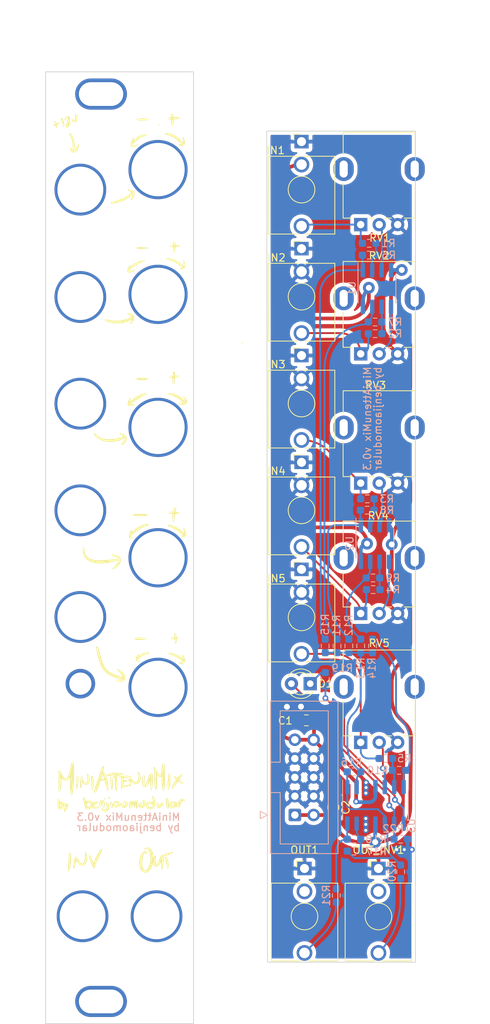
<source format=kicad_pcb>
(kicad_pcb (version 20211014) (generator pcbnew)
  (title_block (title "MiniAttenuMix") (date "2023-11-30") (rev "v0.3") (company "benjiaomodular"))
  (layers (0 "F.Cu" signal) (31 "B.Cu" signal) (34 "B.Paste" user) (35 "F.Paste" user) (36 "B.SilkS" user "B.Silkscreen") (37 "F.SilkS" user "F.Silkscreen") (38 "B.Mask" user) (39 "F.Mask" user) (44 "Edge.Cuts" user))
  (net 0 "")
  (net 1 "POS_12V")
  (net 2 "GND")
  (net 3 "NEG_12V")
  (net 4 "Net-(D1-Pad2)")
  (net 5 "Net-(IN1-PadT)")
  (net 6 "Net-(IN2-PadT)")
  (net 7 "Net-(IN3-PadT)")
  (net 8 "Net-(IN4-PadT)")
  (net 10 "Net-(OUT1-PadT)")
  (net 12 "Net-(OUT_INV1-PadT)")
  (net 13 "Net-(R1-Pad2)")
  (net 14 "Net-(R2-Pad2)")
  (net 15 "Net-(R3-Pad2)")
  (net 16 "Net-(R4-Pad2)")
  (net 17 "Net-(R12-Pad1)")
  (net 18 "Net-(U3-Pad10)")
  (net 19 "Net-(RV1-Pad2)")
  (net 20 "Net-(RV2-Pad2)")
  (net 21 "Net-(RV3-Pad2)")
  (net 22 "Net-(RV4-Pad2)")
  (net 23 "Net-(IN5-PadT)")
  (net 24 "Net-(R15-Pad1)")
  (net 25 "Net-(R11-Pad1)")
  (net 26 "Net-(R13-Pad1)")
  (net 27 "Net-(R11-Pad2)")
  (net 28 "Net-(R17-Pad2)")
  (net 29 "Net-(R18-Pad2)")
  (net 30 "Net-(R10-Pad1)")
  (net 31 "Net-(R10-Pad2)")
  (net 32 "Net-(RV5-Pad2)")
  (net 33 "Net-(D1-Pad1)")
  (net 34 "Net-(R19-Pad1)")
  (footprint "benjiaomodular:PanelHole_AudioJack_3.5mm" (layer "F.Cu") (at 114.7 68.3)
    (fp_text reference "REF**")
    (fp_text value "PanelHole_AudioJack_3.5mm")
  )
  (footprint "benjiaomodular:Potentiometer_RV09" (layer "F.Cu") (at 152.6 103.125 90)
    (fp_text reference "RV4")
    (fp_text value "B10k")
  )
  (footprint "benjiaomodular:AudioJack_3.5mm" (layer "F.Cu") (at 155 137.55)
    (fp_text reference "OUT_INV1")
    (fp_text value "PJ-3001F" hide)
  )
  (footprint "benjiaomodular:PanelHole_AudioJack_3.5mm" (layer "F.Cu") (at 115 137.5)
    (fp_text reference "REF**")
    (fp_text value "PanelHole_AudioJack_3.5mm")
  )
  (footprint "LED_THT:LED_D3.0mm" (layer "F.Cu") (at 145.775 112.6 180)
    (fp_text reference "D1")
    (fp_text value "LED_Dual_Bidirectional" hide)
  )
  (footprint "benjiaomodular:AudioJack_3.5mm" (layer "F.Cu") (at 144.6 53.87)
    (fp_text reference "IN2")
    (fp_text value "PJ-3001F" hide)
  )
  (footprint "benjiaomodular:PanelHole_Potentiometer_RV09" (layer "F.Cu") (at 122.7 120.6 90)
    (fp_text reference "REF**" hide)
    (fp_text value "PanelHole_Potentiometer_RV09" hide)
  )
  (footprint "benjiaomodular:PanelHole_Potentiometer_RV09" (layer "F.Cu") (at 122.7 67.5425 90)
    (fp_text reference "REF**" hide)
    (fp_text value "PanelHole_Potentiometer_RV09" hide)
  )
  (footprint "Capacitor_SMD:C_0805_2012Metric_Pad1.18x1.45mm_HandSolder" (layer "F.Cu") (at 145.25 117.55 180)
    (fp_text reference "C1")
    (fp_text value "22uF")
  )
  (footprint "benjiaomodular:Potentiometer_RV09" (layer "F.Cu") (at 152.6 50.625 90)
    (fp_text reference "RV1")
    (fp_text value "B10k")
  )
  (footprint "benjiaomodular:PanelHole_AudioJack_3.5mm" (layer "F.Cu") (at 114.7 39.4)
    (fp_text reference "REF**")
    (fp_text value "PanelHole_AudioJack_3.5mm")
  )
  (footprint "benjiaomodular:Potentiometer_RV09" (layer "F.Cu") (at 152.6 85.525 90)
    (fp_text reference "RV3")
    (fp_text value "B10k")
  )
  (footprint "benjiaomodular:PanelHole_Potentiometer_RV09" (layer "F.Cu") (at 122.7 103.1 90)
    (fp_text reference "REF**" hide)
    (fp_text value "PanelHole_Potentiometer_RV09" hide)
  )
  (footprint "Capacitor_SMD:C_0805_2012Metric_Pad1.18x1.45mm_HandSolder" (layer "F.Cu") (at 148.9 129.3 -90)
    (fp_text reference "C2")
    (fp_text value "22uF")
  )
  (footprint "benjiaomodular:Potentiometer_RV09" (layer "F.Cu") (at 152.6 68.0728 90)
    (fp_text reference "RV2")
    (fp_text value "B10k")
  )
  (footprint "benjiaomodular:Panel_4HP" (layer "F.Cu") (at 110 30)
    (fp_text reference "REF**" hide)
    (fp_text value "Panel_4HP")
  )
  (footprint "benjiaomodular:PanelHole_AudioJack_3.5mm" (layer "F.Cu") (at 114.7 53.9)
    (fp_text reference "REF**")
    (fp_text value "PanelHole_AudioJack_3.5mm")
  )
  (footprint "benjiaomodular:AudioJack_3.5mm" (layer "F.Cu") (at 145 137.55)
    (fp_text reference "OUT1")
    (fp_text value "PJ-3001F" hide)
  )
  (footprint "benjiaomodular:PanelHole_AudioJack_3.5mm" (layer "F.Cu") (at 125 137.5)
    (fp_text reference "REF**")
    (fp_text value "PanelHole_AudioJack_3.5mm")
  )
  (footprint "benjiaomodular:PanelHole_AudioJack_3.5mm" (layer "F.Cu") (at 114.7 82.7)
    (fp_text reference "REF**")
    (fp_text value "PanelHole_AudioJack_3.5mm")
  )
  (footprint "benjiaomodular:AudioJack_3.5mm" (layer "F.Cu") (at 144.6 68.3)
    (fp_text reference "IN3")
    (fp_text value "PJ-3001F" hide)
  )
  (footprint "LOGO" (layer "F.Cu") (at 159.914417 130.008448)
    (fp_text reference "G***" hide)
    (fp_text value "LOGO" hide)
  )
  (footprint "benjiaomodular:AudioJack_3.5mm" (layer "F.Cu") (at 144.6 82.72)
    (fp_text reference "IN4")
    (fp_text value "PJ-3001F" hide)
  )
  (footprint "benjiaomodular:PanelHole_Potentiometer_RV09" (layer "F.Cu") (at 122.7 85.5 90)
    (fp_text reference "REF**" hide)
    (fp_text value "PanelHole_Potentiometer_RV09" hide)
  )
  (footprint "benjiaomodular:AudioJack_3.5mm" (layer "F.Cu") (at 144.6 39.42)
    (fp_text reference "IN1")
    (fp_text value "PJ-3001F" hide)
  )
  (footprint "benjiaomodular:PanelHole_Potentiometer_RV09" (layer "F.Cu") (at 122.7 50.7 90)
    (fp_text reference "REF**" hide)
    (fp_text value "PanelHole_Potentiometer_RV09" hide)
  )
  (footprint "benjiaomodular:PanelHole_AudioJack_3.5mm" (layer "F.Cu") (at 114.7 97.1)
    (fp_text reference "REF**")
    (fp_text value "PanelHole_AudioJack_3.5mm")
  )
  (footprint "benjiaomodular:Potentiometer_RV09" (layer "F.Cu") (at 152.6 120.525 90)
    (fp_text reference "RV5")
    (fp_text value "B10k")
  )
  (footprint "benjiaomodular:AudioJack_3.5mm" (layer "F.Cu") (at 144.6 97.17)
    (fp_text reference "IN5")
    (fp_text value "PJ-3001F" hide)
  )
  (footprint "Resistor_SMD:R_0603_1608Metric_Pad0.98x0.95mm_HandSolder" (layer "B.Cu") (at 151.69 124.5 180)
    (fp_text reference "R16")
    (fp_text value "100k")
  )
  (footprint "Package_SO:SOIC-8_3.9x4.9mm_P1.27mm" (layer "B.Cu") (at 154.795 59.249076 -90)
    (fp_text reference "U1")
    (fp_text value "TL072")
  )
  (footprint "Resistor_SMD:R_0603_1608Metric_Pad0.98x0.95mm_HandSolder" (layer "B.Cu") (at 151.69 133.6 180)
    (fp_text reference "R18")
    (fp_text value "100k")
  )
  (footprint "Resistor_SMD:R_0603_1608Metric_Pad0.98x0.95mm_HandSolder" (layer "B.Cu") (at 153.745 53.149076)
    (fp_text reference "R1")
    (fp_text value "20k")
  )
  (footprint "Resistor_SMD:R_0603_1608Metric_Pad0.98x0.95mm_HandSolder" (layer "B.Cu") (at 149.4 107.5 -90)
    (fp_text reference "R11")
    (fp_text value "100k")
  )
  (footprint "Resistor_SMD:R_0603_1608Metric_Pad0.98x0.95mm_HandSolder" (layer "B.Cu") (at 154.2599 98.3276 180)
    (fp_text reference "R9")
    (fp_text value "20k")
  )
  (footprint "Resistor_SMD:R_0603_1608Metric_Pad0.98x0.95mm_HandSolder" (layer "B.Cu") (at 154.2849 99.9026)
    (fp_text reference "R4")
    (fp_text value "20k")
  )
  (footprint "Connector_IDC:IDC-Header_2x05_P2.54mm_Vertical" (layer "B.Cu") (at 143.6975 130.33)
    (fp_text reference "J1" hide)
    (fp_text value "IDC_2x05")
  )
  (footprint "Resistor_SMD:R_0603_1608Metric_Pad0.98x0.95mm_HandSolder" (layer "B.Cu") (at 151.69 135.2)
    (fp_text reference "R17")
    (fp_text value "100k")
  )
  (footprint "Resistor_SMD:R_0603_1608Metric_Pad0.98x0.95mm_HandSolder" (layer "B.Cu") (at 158.01 133.59)
    (fp_text reference "R22")
    (fp_text value "330")
  )
  (footprint "Resistor_SMD:R_0603_1608Metric_Pad0.98x0.95mm_HandSolder" (layer "B.Cu") (at 154.545 63.774076 180)
    (fp_text reference "R7")
    (fp_text value "20k")
  )
  (footprint "Resistor_SMD:R_0603_1608Metric_Pad0.98x0.95mm_HandSolder" (layer "B.Cu") (at 152.6 107.5 -90)
    (fp_text reference "R13")
    (fp_text value "100k")
  )
  (footprint "Resistor_SMD:R_0603_1608Metric_Pad0.98x0.95mm_HandSolder" (layer "B.Cu") (at 153.5 87.6526)
    (fp_text reference "R3")
    (fp_text value "20k")
  )
  (footprint "Resistor_SMD:R_0603_1608Metric_Pad0.98x0.95mm_HandSolder" (layer "B.Cu") (at 157.79 124.3)
    (fp_text reference "R10")
    (fp_text value "20k")
  )
  (footprint "Resistor_SMD:R_0603_1608Metric_Pad0.98x0.95mm_HandSolder" (layer "B.Cu") (at 149.3 141.2 -90)
    (fp_text reference "R21")
    (fp_text value "1k")
  )
  (footprint "Resistor_SMD:R_0603_1608Metric_Pad0.98x0.95mm_HandSolder" (layer "B.Cu") (at 153.745 54.749076 180)
    (fp_text reference "R6")
    (fp_text value "20k")
  )
  (footprint "Resistor_SMD:R_0603_1608Metric_Pad0.98x0.95mm_HandSolder" (layer "B.Cu") (at 151 107.5 -90)
    (fp_text reference "R12")
    (fp_text value "100k")
  )
  (footprint "Resistor_SMD:R_0603_1608Metric_Pad0.98x0.95mm_HandSolder" (layer "B.Cu") (at 153.4699 89.1776 180)
    (fp_text reference "R8")
    (fp_text value "20k")
  )
  (footprint "Resistor_SMD:R_0603_1608Metric_Pad0.98x0.95mm_HandSolder" (layer "B.Cu") (at 154.2 107.5 -90)
    (fp_text reference "R14")
    (fp_text value "100k")
  )
  (footprint "Resistor_SMD:R_0603_1608Metric_Pad0.98x0.95mm_HandSolder" (layer "B.Cu") (at 147.828 112.014 90)
    (fp_text reference "R19")
    (fp_text value "330")
  )
  (footprint "Package_SO:SOIC-8_3.9x4.9mm_P1.27mm" (layer "B.Cu") (at 154.5199 93.6776 -90)
    (fp_text reference "U2")
    (fp_text value "TL072")
  )
  (footprint "Resistor_SMD:R_0603_1608Metric_Pad0.98x0.95mm_HandSolder" (layer "B.Cu") (at 158 138 -90)
    (fp_text reference "R20")
    (fp_text value "1k")
  )
  (footprint "Package_SO:SOIC-14_3.9x8.7mm_P1.27mm" (layer "B.Cu") (at 154.59 129.025 -90)
    (fp_text reference "U3")
    (fp_text value "TL074")
  )
  (footprint "Resistor_SMD:R_0603_1608Metric_Pad0.98x0.95mm_HandSolder" (layer "B.Cu") (at 147.8 107.5 -90)
    (fp_text reference "R15")
    (fp_text value "100k")
  )
  (footprint "Resistor_SMD:R_0603_1608Metric_Pad0.98x0.95mm_HandSolder" (layer "B.Cu") (at 154.545 65.349076)
    (fp_text reference "R2")
    (fp_text value "20k")
  )
  (footprint "Resistor_SMD:R_0603_1608Metric_Pad0.98x0.95mm_HandSolder" (layer "B.Cu") (at 156 122.7)
    (fp_text reference "R5")
    (fp_text value "20k")
  )
  (gr_line (start 139.9 38) (end 140 150.2) (layer "Edge.Cuts") (width 0.1))
  (gr_line (start 110 158.5) (end 110 30) (layer "Edge.Cuts") (width 0.1))
  (gr_line (start 130 158.5) (end 110 158.5) (layer "Edge.Cuts") (width 0.1))
  (gr_line (start 110 30) (end 130 30) (layer "Edge.Cuts") (width 0.1))
  (gr_line (start 160 150.2) (end 160 38) (layer "Edge.Cuts") (width 0.1))
  (gr_line (start 140 150.2) (end 160 150.2) (layer "Edge.Cuts") (width 0.1))
  (gr_line (start 130 30) (end 130 158.5) (layer "Edge.Cuts") (width 0.1))
  (gr_line (start 139.9 38) (end 160 38) (layer "Edge.Cuts") (width 0.1))
  (gr_text "MiniAttenuMix v0.3" (at 153.5 76.8 90) (layer "B.SilkS") (effects (font (size 1 1)) (justify mirror)))
  (gr_text "by benjiaomodular" (at 121.2 132) (layer "B.SilkS") (effects (font (size 1 1)) (justify mirror)))
  (gr_text "MiniAttenuMix v0.3\n" (at 121.2 130.6) (layer "B.SilkS") (effects (font (size 1 1)) (justify mirror)))
  (gr_text "by benjiaomodular" (at 154.9 76.8 90) (layer "B.SilkS") (effects (font (size 1 1)) (justify mirror)))
  (via (at 114.7 112.6) (size 4) (drill 3) (layers "F.Cu" "B.Cu") (net 0))
  (segment (start 143.6 63.3) (end 150.816791 63.3) (width 0.5) (layer "F.Cu") (net 1))
  (segment (start 141 117.4725) (end 141 95.45) (width 0.5) (layer "F.Cu") (net 1))
  (segment (start 153.7 60.416791) (end 153.7 59.15) (width 0.5) (layer "F.Cu") (net 1))
  (segment (start 141 93.5) (end 141 94.4) (width 0.5) (layer "F.Cu") (net 1))
  (segment (start 151.983069 125.915569) (end 151.983069 128.5155) (width 0.5) (layer "F.Cu") (net 1))
  (segment (start 141 95.45) (end 141 46.12) (width 0.5) (layer "F.Cu") (net 1))
  (segment (start 151.2549 91.5) (end 143 91.5) (width 0.5) (layer "F.Cu") (net 1))
  (segment (start 141 95.45) (end 141 94.4) (width 0.5) (layer "F.Cu") (net 1))
  (segment (start 146.2875 117.55) (end 146.2875 120.12) (width 0.5) (layer "F.Cu") (net 1))
  (segment (start 143.6975 120.17) (end 146.2375 120.17) (width 0.5) (layer "F.Cu") (net 1))
  (segment (start 141 65.5) (end 141 46.12) (width 0.5) (layer "F.Cu") (net 1))
  (segment (start 141 94.4) (end 141 66) (width 0.5) (layer "F.Cu") (net 1))
  (segment (start 146.2375 120.17) (end 151.983069 125.915569) (width 0.5) (layer "F.Cu") (net 1))
  (segment (start 141 66) (end 141 65.5) (width 0.5) (layer "F.Cu") (net 1))
  (segment (start 141 66) (end 141 65.9) (width 0.5) (layer "F.Cu") (net 1))
  (via (at 153.4549 93.7) (size 1.6) (drill 0.8) (layers "F.Cu" "B.Cu") (net 1))
  (via (at 153.7 59.15) (size 1.6) (drill 0.8) (layers "F.Cu" "B.Cu") (net 1))
  (via (at 151.983069 128.5155) (size 0.8) (drill 0.4) (layers "F.Cu" "B.Cu") (net 1))
  (arc (start 146.2875 120.12) (mid 146.272855 120.155355) (end 146.2375 120.17) (width 0.5) (layer "F.Cu") (net 1))
  (arc (start 143 91.5) (mid 141.585786 92.085786) (end 141 93.5) (width 0.5) (layer "F.Cu") (net 1))
  (arc (start 141 46.12) (mid 142.054416 43.574416) (end 144.6 42.52) (width 0.5) (layer "F.Cu") (net 1))
  (arc (start 153.4549 93.7) (mid 152.810535 92.144365) (end 151.2549 91.5) (width 0.5) (layer "F.Cu") (net 1))
  (arc (start 143.6975 120.17) (mid 141.790079 119.379921) (end 141 117.4725) (width 0.5) (layer "F.Cu") (net 1))
  (arc (start 141 65.9) (mid 141.761522 64.061522) (end 143.6 63.3) (width 0.5) (layer "F.Cu") (net 1))
  (arc (start 150.816791 63.3) (mid 152.855528 62.455528) (end 153.7 60.416791) (width 0.5) (layer "F.Cu") (net 1))
  (segment (start 152.066136 128.598567) (end 151.983069 128.5155) (width 0.5) (layer "B.Cu") (net 1))
  (segment (start 154.59 126.55) (end 154.59 127.755) (width 0.5) (layer "B.Cu") (net 1))
  (segment (start 152.6149 94.54) (end 152.6149 96.1526) (width 0.5) (layer "B.Cu") (net 1))
  (segment (start 153.828084 128.598567) (end 152.066136 128.598567) (width 0.5) (layer "B.Cu") (net 1))
  (segment (start 152.89 61.105512) (end 152.89 61.724076) (width 0.5) (layer "B.Cu") (net 1))
  (arc (start 154.59 127.755) (mid 154.371104 128.322467) (end 153.828084 128.598567) (width 0.5) (layer "B.Cu") (net 1))
  (arc (start 153.7 59.15) (mid 153.100512 60.047196) (end 152.89 61.105512) (width 0.5) (layer "B.Cu") (net 1))
  (arc (start 153.4549 93.7) (mid 152.86093 93.94603) (end 152.6149 94.54) (width 0.5) (layer "B.Cu") (net 1))
  (via (at 153.325 125.95) (size 0.8) (drill 0.4) (layers "F.Cu" "B.Cu") (net 2))
  (via (at 153.3 127.375) (size 0.8) (drill 0.4) (layers "F.Cu" "B.Cu") (net 2))
  (via (at 142.625 115.725) (size 1.6) (drill 0.8) (layers "F.Cu" "B.Cu") (net 2))
  (via (at 153.29 130.8) (size 0.8) (drill 0.4) (layers "F.Cu" "B.Cu") (net 2))
  (via (at 144.525 115.7) (size 1.6) (drill 0.8) (layers "F.Cu" "B.Cu") (net 2))
  (via (at 158.496 135) (size 0.8) (drill 0.4) (layers "F.Cu" "B.Cu") (net 2))
  (via (at 153.29 132.4) (size 0.8) (drill 0.4) (layers "F.Cu" "B.Cu") (net 2))
  (via (at 157.48 135) (size 0.8) (drill 0.4) (layers "F.Cu" "B.Cu") (net 2))
  (via (at 159.512 135) (size 0.8) (drill 0.4) (layers "F.Cu" "B.Cu") (net 2))
  (via (at 153.325 126.625) (size 0.8) (drill 0.4) (layers "F.Cu" "B.Cu") (net 2))
  (via (at 153.29 131.6) (size 0.8) (drill 0.4) (layers "F.Cu" "B.Cu") (net 2))
  (segment (start 154.554 133.99) (end 154.59 133.99) (width 0.5) (layer "F.Cu") (net 3))
  (segment (start 159.3 67) (end 159.3 72.402944) (width 0.5) (layer "F.Cu") (net 3))
  (segment (start 156.7 58.195584) (end 156.7 64.4) (width 0.5) (layer "F.Cu") (net 3))
  (segment (start 159.3 85.597056) (end 159.3 87.785787) (width 0.5) (layer "F.Cu") (net 3))
  (segment (start 158.310051 109.38995) (end 158.2 109.5) (width 0.5) (layer "F.Cu") (net 3))
  (segment (start 148.9 130.3375) (end 143.705 130.3375) (width 0.5) (layer "F.Cu") (net 3))
  (segment (start 157.9 117.3) (end 158.692893 118.092893) (width 0.5) (layer "F.Cu") (net 3))
  (segment (start 152.5525 133.99) (end 154.554 133.99) (width 0.5) (layer "F.Cu") (net 3))
  (segment (start 159.4 119.8) (end 159.3 129.28) (width 0.5) (layer "F.Cu") (net 3))
  (segment (start 157.2 77.472792) (end 157.2 80.527208) (width 0.5) (layer "F.Cu") (net 3))
  (segment (start 156.8 93.82132) (end 156.8 97.7) (width 0.5) (layer "F.Cu") (net 3))
  (segment (start 158.2 109.5) (end 157.860661 109.839339) (width 0.5) (layer "F.Cu") (net 3))
  (segment (start 156.8 112.4) (end 156.8 114.644366) (width 0.5) (layer "F.Cu") (net 3))
  (segment (start 157.719239 99.919239) (end 158.805025 101.005026) (width 0.5) (layer "F.Cu") (net 3))
  (segment (start 159.3 102.2) (end 159.3 107) (width 0.5) (layer "F.Cu") (net 3))
  (via (at 154.554 133.99) (size 1.6) (drill 0.8) (layers "F.Cu" "B.Cu") (net 3))
  (via (at 158.147792 56.747792) (size 1.6) (drill 0.8) (layers "F.Cu" "B.Cu") (net 3))
  (via (at 156.8 93.8) (size 1.6) (drill 0.8) (layers "F.Cu" "B.Cu") (net 3))
  (arc (start 158.1 82.7) (mid 158.98813 84.029181) (end 159.3 85.597056) (width 0.5) (layer "F.Cu") (net 3))
  (arc (start 158.1 75.3) (mid 157.433902 76.296885) (end 157.2 77.472792) (width 0.5) (layer "F.Cu") (net 3))
  (arc (start 159.3 87.785787) (mid 159.040108 89.09235) (end 158.3 90.2) (width 0.5) (layer "F.Cu") (net 3))
  (arc (start 159.3 129.28) (mid 157.920473 132.610473) (end 154.59 133.99) (width 0.5) (layer "F.Cu") (net 3))
  (arc (start 159.3 107) (mid 159.042721 108.293431) (end 158.310051 109.38995) (width 0.5) (layer "F.Cu") (net 3))
  (arc (start 157.2 80.527208) (mid 157.433903 81.703114) (end 158.1 82.7) (width 0.5) (layer "F.Cu") (net 3))
  (arc (start 156.7 64.4) (mid 156.963604 65.036396) (end 157.6 65.3) (width 0.5) (layer "F.Cu") (net 3))
  (arc (start 148.9 130.3375) (mid 149.969792 132.920208) (end 152.5525 133.99) (width 0.5) (layer "F.Cu") (net 3))
  (arc (start 158.147792 56.747792) (mid 157.124048 57.17184) (end 156.7 58.195584) (width 0.5) (layer "F.Cu") (net 3))
  (arc (start 158.3 90.2) (mid 157.189837 91.861475) (end 156.8 93.82132) (width 0.5) (layer "F.Cu") (net 3))
  (arc (start 157.6 65.3) (mid 158.802082 65.797918) (end 159.3 67) (width 0.5) (layer "F.Cu") (net 3))
  (arc (start 156.8 114.644366) (mid 157.085881 116.081585) (end 157.9 117.3) (width 0.5) (layer "F.Cu") (net 3))
  (arc (start 158.805025 101.005026) (mid 159.17136 101.553285) (end 159.3 102.2) (width 0.5) (layer "F.Cu") (net 3))
  (arc (start 143.705 130.3375) (mid 143.699697 130.335303) (end 143.6975 130.33) (width 0.5) (layer "F.Cu") (net 3))
  (arc (start 159.3 72.402944) (mid 158.98813 73.970819) (end 158.1 75.3) (width 0.5) (layer "F.Cu") (net 3))
  (arc (start 157.860661 109.839339) (mid 157.075657 111.01418) (end 156.8 112.4) (width 0.5) (layer "F.Cu") (net 3))
  (arc (start 158.692893 118.092893) (mid 159.216229 118.87612) (end 159.4 119.8) (width 0.5) (layer "F.Cu") (net 3))
  (arc (start 156.8 97.7) (mid 157.038902 98.901044) (end 157.719239 99.919239) (width 0.5) (layer "F.Cu") (net 3))
  (segment (start 154.554 131.536) (end 154.59 131.5) (width 0.5) (layer "B.Cu") (net 3))
  (segment (start 154.554 133.99) (end 154.554 131.536) (width 0.5) (layer "B.Cu") (net 3))
  (segment (start 156.8 93.8) (end 156.8 92.108171) (width 0.5) (layer "B.Cu") (net 3))
  (segment (start 158.147792 56.747792) (end 156.726284 56.747792) (width 0.5) (layer "B.Cu") (net 3))
  (arc (start 156.8 92.108171) (mid 156.702515 91.618079) (end 156.4249 91.2026) (width 0.5) (layer "B.Cu") (net 3))
  (arc (start 156.725 56.749076) (mid 156.707322 56.756398) (end 156.7 56.774076) (width 0.5) (layer "B.Cu") (net 3))
  (arc (start 156.726284 56.747792) (mid 156.707698 56.75549) (end 156.7 56.774076) (width 0.5) (layer "B.Cu") (net 3))
  (segment (start 146.987437 116.2) (end 146.835 116.2) (width 0.25) (layer "F.Cu") (net 4))
  (segment (start 146.835 116.2) (end 143.235 112.6) (width 0.25) (layer "F.Cu") (net 4))
  (segment (start 156.464 129.032) (end 156.464 127.762) (width 0.25) (layer "F.Cu") (net 4))
  (segment (start 149.86 121.158) (end 149.86 119.072563) (width 0.25) (layer "F.Cu") (net 4))
  (segment (start 149.86 119.072563) (end 146.987437 116.2) (width 0.25) (layer "F.Cu") (net 4))
  (segment (start 156.464 127.762) (end 149.86 121.158) (width 0.25) (layer "F.Cu") (net 4))
  (via (at 156.464 129.032) (size 0.8) (drill 0.4) (layers "F.Cu" "B.Cu") (net 4))
  (segment (start 157.13 133.5575) (end 157.0975 133.59) (width 0.25) (layer "B.Cu") (net 4))
  (segment (start 157.13 131.5) (end 157.13 129.698) (width 0.25) (layer "B.Cu") (net 4))
  (segment (start 157.13 131.5) (end 157.13 133.5575) (width 0.25) (layer "B.Cu") (net 4))
  (segment (start 157.13 129.698) (end 156.464 129.032) (width 0.25) (layer "B.Cu") (net 4))
  (segment (start 152.6 50.625) (end 152.6 52.916576) (width 0.25) (layer "B.Cu") (net 5))
  (segment (start 145.070771 50.625) (end 152.6 50.625) (width 0.25) (layer "B.Cu") (net 5))
  (arc (start 144.6 50.82) (mid 144.815991 50.675679) (end 145.070771 50.625) (width 0.25) (layer "B.Cu") (net 5))
  (arc (start 152.6 52.916576) (mid 152.668098 53.080978) (end 152.8325 53.149076) (width 0.25) (layer "B.Cu") (net 5))
  (segment (start 149.7972 65.27) (end 144.6 65.27) (width 0.25) (layer "F.Cu") (net 6))
  (arc (start 152.6 68.0728) (mid 151.779079 66.090921) (end 149.7972 65.27) (width 0.25) (layer "F.Cu") (net 6))
  (segment (start 153.6325 65.349076) (end 153.6325 67.0403) (width 0.25) (layer "B.Cu") (net 6))
  (arc (start 153.6325 67.0403) (mid 153.330088 67.770388) (end 152.6 68.0728) (width 0.25) (layer "B.Cu") (net 6))
  (segment (start 148.312957 81.237957) (end 152.6 85.525) (width 0.25) (layer "F.Cu") (net 7))
  (arc (start 144.6 79.7) (mid 146.609438 80.099702) (end 148.312957 81.237957) (width 0.25) (layer "F.Cu") (net 7))
  (segment (start 152.5875 87.6526) (end 152.5875 85.555177) (width 0.25) (layer "B.Cu") (net 7))
  (arc (start 152.5875 85.555177) (mid 152.590749 85.538846) (end 152.6 85.525) (width 0.25) (layer "B.Cu") (net 7))
  (segment (start 151.889358 101.409357) (end 144.6 94.12) (width 0.25) (layer "F.Cu") (net 8))
  (arc (start 152.6 103.125) (mid 152.41531 102.196501) (end 151.889358 101.409357) (width 0.25) (layer "F.Cu") (net 8))
  (segment (start 153.3724 99.9026) (end 153.3724 101.260262) (width 0.25) (layer "B.Cu") (net 8))
  (arc (start 153.3724 101.260262) (mid 153.171659 102.269451) (end 152.6 103.125) (width 0.25) (layer "B.Cu") (net 8))
  (segment (start 147.514555 146.435444) (end 145 148.95) (width 0.25) (layer "B.Cu") (net 10))
  (arc (start 149.3 142.125) (mid 148.835978 144.457796) (end 147.514555 146.435444) (width 0.25) (layer "B.Cu") (net 10))
  (segment (start 157.95 139.1125) (end 157.95 141.82807) (width 0.25) (layer "B.Cu") (net 12))
  (arc (start 157.95 141.82807) (mid 157.18332 145.682431) (end 155 148.95) (width 0.25) (layer "B.Cu") (net 12))
  (segment (start 154.16 55.246576) (end 154.16 56.774076) (width 0.25) (layer "B.Cu") (net 13))
  (segment (start 154.6575 54.749076) (end 154.6575 53.149076) (width 0.25) (layer "B.Cu") (net 13))
  (arc (start 154.6575 54.749076) (mid 154.305714 54.89479) (end 154.16 55.246576) (width 0.25) (layer "B.Cu") (net 13))
  (segment (start 155.4575 65.349076) (end 155.4575 61.790466) (width 0.25) (layer "B.Cu") (net 14))
  (arc (start 155.4575 61.790466) (mid 155.450353 61.754536) (end 155.43 61.724076) (width 0.25) (layer "B.Cu") (net 14))
  (segment (start 154.4125 87.6526) (end 154.4125 89.104933) (width 0.25) (layer "B.Cu") (net 15))
  (segment (start 154.3824 89.1776) (end 154.3824 90.001529) (width 0.25) (layer "B.Cu") (net 15))
  (arc (start 154.4125 89.104933) (mid 154.404677 89.14426) (end 154.3824 89.1776) (width 0.25) (layer "B.Cu") (net 15))
  (arc (start 154.3824 90.001529) (mid 154.253104 90.651544) (end 153.8849 91.2026) (width 0.25) (layer "B.Cu") (net 15))
  (segment (start 155.1549 96.1526) (end 155.1549 99.799996) (width 0.25) (layer "B.Cu") (net 16))
  (arc (start 155.1549 99.799996) (mid 155.165946 99.855524) (end 155.1974 99.9026) (width 0.25) (layer "B.Cu") (net 16))
  (segment (start 151 106.5) (end 151 106.5875) (width 0.25) (layer "B.Cu") (net 17))
  (segment (start 148.2 92.2) (end 148.2 100.1147) (width 0.25) (layer "B.Cu") (net 17))
  (segment (start 152.5574 89.1776) (end 152.5574 91.063783) (width 0.25) (layer "B.Cu") (net 17))
  (segment (start 152.6149 91.2026) (end 149.1974 91.2026) (width 0.25) (layer "B.Cu") (net 17))
  (segment (start 150.797063 106.384563) (end 151 106.5875) (width 0.25) (layer "B.Cu") (net 17))
  (arc (start 148.2 100.1147) (mid 148.874955 103.507925) (end 150.797063 106.384563) (width 0.25) (layer "B.Cu") (net 17))
  (arc (start 149.1974 91.2026) (mid 148.492132 91.494732) (end 148.2 92.2) (width 0.25) (layer "B.Cu") (net 17))
  (arc (start 152.5574 91.063783) (mid 152.572344 91.13891) (end 152.6149 91.2026) (width 0.25) (layer "B.Cu") (net 17))
  (segment (start 156.21 135.2975) (end 158 137.0875) (width 0.25) (layer "B.Cu") (net 18))
  (segment (start 151.7215 136.144) (end 157.0565 136.144) (width 0.25) (layer "B.Cu") (net 18))
  (segment (start 155.86 130.46) (end 155.86 131.5) (width 0.25) (layer "B.Cu") (net 18))
  (segment (start 150.7775 124.5) (end 150.7775 126.543965) (width 0.25) (layer "B.Cu") (net 18))
  (segment (start 156.21 131.85) (end 156.21 135.2975) (width 0.25) (layer "B.Cu") (net 18))
  (segment (start 151.13 129.54) (end 154.94 129.54) (width 0.25) (layer "B.Cu") (net 18))
  (segment (start 150.78 126.55) (end 150.78 129.19) (width 0.25) (layer "B.Cu") (net 18))
  (segment (start 157.0565 136.144) (end 158 137.0875) (width 0.25) (layer "B.Cu") (net 18))
  (segment (start 150.78 129.19) (end 151.13 129.54) (width 0.25) (layer "B.Cu") (net 18))
  (segment (start 154.94 129.54) (end 155.86 130.46) (width 0.25) (layer "B.Cu") (net 18))
  (segment (start 150.7775 135.2) (end 151.7215 136.144) (width 0.25) (layer "B.Cu") (net 18))
  (segment (start 155.86 131.5) (end 156.21 131.85) (width 0.25) (layer "B.Cu") (net 18))
  (arc (start 150.9 135.3225) (mid 150.864121 135.235879) (end 150.7775 135.2) (width 0.25) (layer "B.Cu") (net 18))
  (arc (start 150.7775 126.543965) (mid 150.77815 126.547231) (end 150.78 126.55) (width 0.25) (layer "B.Cu") (net 18))
  (segment (start 155.1 50.625) (end 155.47 50.995) (width 0.25) (layer "B.Cu") (net 19))
  (segment (start 155.47 50.995) (end 155.47 56.734076) (width 0.25) (layer "B.Cu") (net 19))
  (arc (start 155.47 56.734076) (mid 155.458284 56.76236) (end 155.43 56.774076) (width 0.25) (layer "B.Cu") (net 19))
  (segment (start 156.7 61.724076) (end 156.7 65.9) (width 0.25) (layer "B.Cu") (net 20))
  (segment (start 156.294969 66.877831) (end 155.1 68.0728) (width 0.25) (layer "B.Cu") (net 20))
  (arc (start 156.7 65.9) (mid 156.594736 66.429198) (end 156.294969 66.877831) (width 0.25) (layer "B.Cu") (net 20))
  (segment (start 155.5 86.490685) (end 155.5 90.369455) (width 0.25) (layer "B.Cu") (net 21))
  (arc (start 155.1 85.525) (mid 155.396043 85.96806) (end 155.5 86.490685) (width 0.25) (layer "B.Cu") (net 21))
  (arc (start 155.5 90.369455) (mid 155.410311 90.82035) (end 155.1549 91.2026) (width 0.25) (layer "B.Cu") (net 21))
  (segment (start 156.4249 96.1526) (end 156.4249 99.926409) (width 0.25) (layer "B.Cu") (net 22))
  (arc (start 156.4249 99.926409) (mid 156.080569 101.657474) (end 155.1 103.125) (width 0.25) (layer "B.Cu") (net 22))
  (segment (start 144.6 108.57) (end 149.063215 108.57) (width 0.25) (layer "F.Cu") (net 23))
  (segment (start 152.6 112.106785) (end 152.6 120.525) (width 0.25) (layer "F.Cu") (net 23))
  (arc (start 149.063215 108.57) (mid 151.5641 109.6059) (end 152.6 112.106785) (width 0.25) (layer "F.Cu") (net 23))
  (segment (start 152.6 120.525) (end 152.6 121.675) (width 0.25) (layer "B.Cu") (net 23))
  (segment (start 153.625 122.7) (end 155.0875 122.7) (width 0.25) (layer "B.Cu") (net 23))
  (arc (start 152.6 121.675) (mid 152.900216 122.399784) (end 153.625 122.7) (width 0.25) (layer "B.Cu") (net 23))
  (segment (start 147.2 101.7) (end 147.2 105.138972) (width 0.25) (layer "B.Cu") (net 24))
  (segment (start 152.8325 54.749076) (end 152.8325 56.716576) (width 0.25) (layer "B.Cu") (net 24))
  (segment (start 147.1 60.064084) (end 147.2 101.7) (width 0.25) (layer "B.Cu") (net 24))
  (segment (start 152.89 56.774076) (end 150.390008 56.774076) (width 0.25) (layer "B.Cu") (net 24))
  (arc (start 152.8325 56.716576) (mid 152.849341 56.757235) (end 152.89 56.774076) (width 0.25) (layer "B.Cu") (net 24))
  (arc (start 147.2 105.138972) (mid 147.355935 105.922909) (end 147.8 106.5875) (width 0.25) (layer "B.Cu") (net 24))
  (arc (start 150.390008 56.774076) (mid 150.390002 56.774078) (end 150.39 56.774084) (width 0.25) (layer "B.Cu") (net 24))
  (arc (start 150.39 56.774084) (mid 148.063619 57.737703) (end 147.1 60.064084) (width 0.25) (layer "B.Cu") (net 24))
  (segment (start 147.7 69.998581) (end 147.7 102.483301) (width 0.25) (layer "B.Cu") (net 25))
  (segment (start 153.6325 63.774076) (end 153.629194 64.069387) (width 0.25) (layer "B.Cu") (net 25))
  (segment (start 154.16 61.724076) (end 154.16 62.500579) (width 0.25) (layer "B.Cu") (net 25))
  (arc (start 147.7 102.483301) (mid 148.141822 104.704491) (end 149.4 106.5875) (width 0.25) (layer "B.Cu") (net 25))
  (arc (start 154.16 62.500579) (mid 154.022907 63.189791) (end 153.6325 63.774076) (width 0.25) (layer "B.Cu") (net 25))
  (arc (start 153.629194 64.069387) (mid 149.436621 65.806008) (end 147.7 69.998581) (width 0.25) (layer "B.Cu") (net 25))
  (segment (start 153.8849 96.1526) (end 153.8849 97.029961) (width 0.25) (layer "B.Cu") (net 26))
  (segment (start 152.6 106.5875) (end 152.034665 106.022165) (width 0.25) (layer "B.Cu") (net 26))
  (segment (start 151.99047 99.68453) (end 153.3474 98.3276) (width 0.25) (layer "B.Cu") (net 26))
  (arc (start 150.7 102.8) (mid 151.035382 101.11392) (end 151.99047 99.68453) (width 0.25) (layer "B.Cu") (net 26))
  (arc (start 153.8849 97.029961) (mid 153.745208 97.732238) (end 153.3474 98.3276) (width 0.25) (layer "B.Cu") (net 26))
  (arc (start 152.034665 106.022165) (mid 151.046868 104.543823) (end 150.7 102.8) (width 0.25) (layer "B.Cu") (net 26))
  (segment (start 147.8 108.4125) (end 154.2 108.4125) (width 0.25) (layer "B.Cu") (net 27))
  (segment (start 152.05 125.833852) (end 152.05 126.55) (width 0.25) (layer "B.Cu") (net 27))
  (segment (start 152.035669 123.933169) (end 152.6025 124.5) (width 0.25) (layer "B.Cu") (net 27))
  (segment (start 150.8 118.571015) (end 150.8 120.95) (width 0.25) (layer "B.Cu") (net 27))
  (segment (start 152.6 108.4125) (end 152.6 114.225432) (width 0.25) (layer "B.Cu") (net 27))
  (arc (start 152.6025 124.5) (mid 152.19359 125.111976) (end 152.05 125.833852) (width 0.25) (layer "B.Cu") (net 27))
  (arc (start 152.6 114.225432) (mid 152.333611 115.564659) (end 151.575 116.7) (width 0.25) (layer "B.Cu") (net 27))
  (arc (start 151.575 116.7) (mid 151.001416 117.558429) (end 150.8 118.571015) (width 0.25) (layer "B.Cu") (net 27))
  (arc (start 150.8 120.95) (mid 151.12114 122.564479) (end 152.035669 123.933169) (width 0.25) (layer "B.Cu") (net 27))
  (segment (start 152.6025 135.2) (end 152.6025 133.6) (width 0.25) (layer "B.Cu") (net 28))
  (segment (start 152.05 131.5) (end 152.05 132.266148) (width 0.25) (layer "B.Cu") (net 28))
  (arc (start 152.05 132.266148) (mid 152.19359 132.988023) (end 152.6025 133.6) (width 0.25) (layer "B.Cu") (net 28))
  (segment (start 149.3 140.2875) (end 149.3 135.0775) (width 0.25) (layer "B.Cu") (net 29))
  (segment (start 150.78 131.5) (end 150.78 133.593965) (width 0.25) (layer "B.Cu") (net 29))
  (arc (start 150.78 133.593965) (mid 150.77935 133.597231) (end 150.7775 133.6) (width 0.25) (layer "B.Cu") (net 29))
  (arc (start 149.3 135.0775) (mid 149.73275 134.03275) (end 150.7775 133.6) (width 0.25) (layer "B.Cu") (net 29))
  (segment (start 156.9125 122.7) (end 156.9125 124.265) (width 0.25) (layer "B.Cu") (net 30))
  (segment (start 157.13 124.909588) (end 157.13 126.55) (width 0.25) (layer "B.Cu") (net 30))
  (arc (start 156.8775 124.3) (mid 157.064377 124.579681) (end 157.13 124.909588) (width 0.25) (layer "B.Cu") (net 30))
  (arc (start 156.9125 124.265) (mid 156.902249 124.289749) (end 156.8775 124.3) (width 0.25) (layer "B.Cu") (net 30))
  (segment (start 159.225 120.29099) (end 159.225 123.038574) (width 0.25) (layer "B.Cu") (net 31))
  (segment (start 157.375 111.872871) (end 157.375 115.824696) (width 0.25) (layer "B.Cu") (net 31))
  (segment (start 158.4 125.030299) (end 158.4 126.55) (width 0.25) (layer "B.Cu") (net 31))
  (segment (start 154.2 106.5875) (end 155.882743 108.270243) (width 0.25) (layer "B.Cu") (net 31))
  (arc (start 157.375 115.824696) (mid 157.563422 116.771953) (end 158.1 117.575) (width 0.25) (layer "B.Cu") (net 31))
  (arc (start 158.1 117.575) (mid 158.932622 118.821107) (end 159.225 120.29099) (width 0.25) (layer "B.Cu") (net 31))
  (arc (start 159.225 123.038574) (mid 159.089206 123.721253) (end 158.7025 124.3) (width 0.25) (layer "B.Cu") (net 31))
  (arc (start 158.7025 124.3) (mid 158.478617 124.635064) (end 158.4 125.030299) (width 0.25) (layer "B.Cu") (net 31))
  (arc (start 155.882743 108.270243) (mid 156.987175 109.923143) (end 157.375 111.872871) (width 0.25) (layer "B.Cu") (net 31))
  (segment (start 155.597709 121.597934) (end 155.597709 124.023709) (width 0.25) (layer "F.Cu") (net 32))
  (segment (start 155.597709 124.023709) (end 155.6 124.026) (width 0.25) (layer "F.Cu") (net 32))
  (via (at 155.6 124.026) (size 0.8) (drill 0.4) (layers "F.Cu" "B.Cu") (net 32))
  (arc (start 155.1 120.525) (mid 155.44319 121.01741) (end 155.597709 121.597934) (width 0.25) (layer "F.Cu") (net 32))
  (segment (start 155.86 124.286) (end 155.6 124.026) (width 0.25) (layer "B.Cu") (net 32))
  (segment (start 155.86 126.55) (end 155.86 124.286) (width 0.25) (layer "B.Cu") (net 32))
  (segment (start 147.2735 111.1015) (end 145.775 112.6) (width 0.25) (layer "B.Cu") (net 33))
  (segment (start 147.828 111.1015) (end 147.2735 111.1015) (width 0.25) (layer "B.Cu") (net 33))
  (segment (start 150.368 120.904) (end 150.368 117.094) (width 0.25) (layer "F.Cu") (net 34))
  (segment (start 157.226 127.762) (end 150.368 120.904) (width 0.25) (layer "F.Cu") (net 34))
  (segment (start 150.368 117.094) (end 147.828 114.554) (width 0.25) (layer "F.Cu") (net 34))
  (segment (start 157.226 128.27) (end 157.226 127.762) (width 0.25) (layer "F.Cu") (net 34))
  (via (at 157.226 128.27) (size 0.8) (drill 0.4) (layers "F.Cu" "B.Cu") (net 34))
  (via (at 147.828 114.554) (size 0.8) (drill 0.4) (layers "F.Cu" "B.Cu") (net 34))
  (segment (start 147.828 112.9265) (end 147.828 114.554) (width 0.25) (layer "B.Cu") (net 34))
  (segment (start 158.4 131.5) (end 158.4 129.444) (width 0.25) (layer "B.Cu") (net 34))
  (segment (start 158.4 129.444) (end 157.226 128.27) (width 0.25) (layer "B.Cu") (net 34))
  (zone (net 2) (net_name "GND") (layer "F.Cu") (connect_pads (clearance 0.508)) (min_thickness 0.254) (fill yes (thermal_gap 0.508) (thermal_bridge_width 0.508))
    (polygon (pts (xy 159.7 150.5) (xy 140.3 150.5) (xy 140.3 37.9) (xy 159.6 37.9)))
  )
  (zone (net 2) (net_name "GND") (layer "B.Cu") (connect_pads (clearance 0.508)) (min_thickness 0.254) (fill yes (thermal_gap 0.508) (thermal_bridge_width 0.508))
    (polygon (pts (xy 159.7 150.5) (xy 140.3 150.5) (xy 140.3 37.9) (xy 159.6 37.9)))
  )
)
</source>
